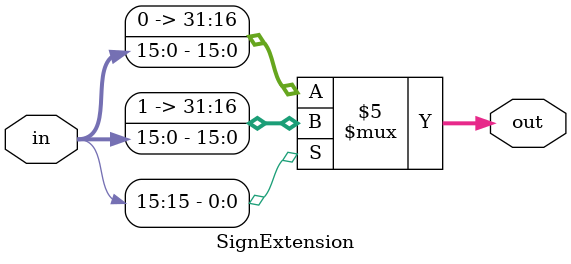
<source format=v>
`timescale 1ns / 1ps
module SignExtension(in, out);

    /* A 16-Bit input word */
    input [15:0] in;
    
    /* A 32-Bit output word */
    output reg [31:0] out;

    initial begin
        out <= 0; // initialize output to 0
    end

    always @(*) begin

    if (in[15] == 1)
        out <= {16'b1111111111111111, in}; // append 1s to represent 0s in 2s comp
    else
        out <= {16'b0000000000000000, in}; 

    end 

endmodule


</source>
